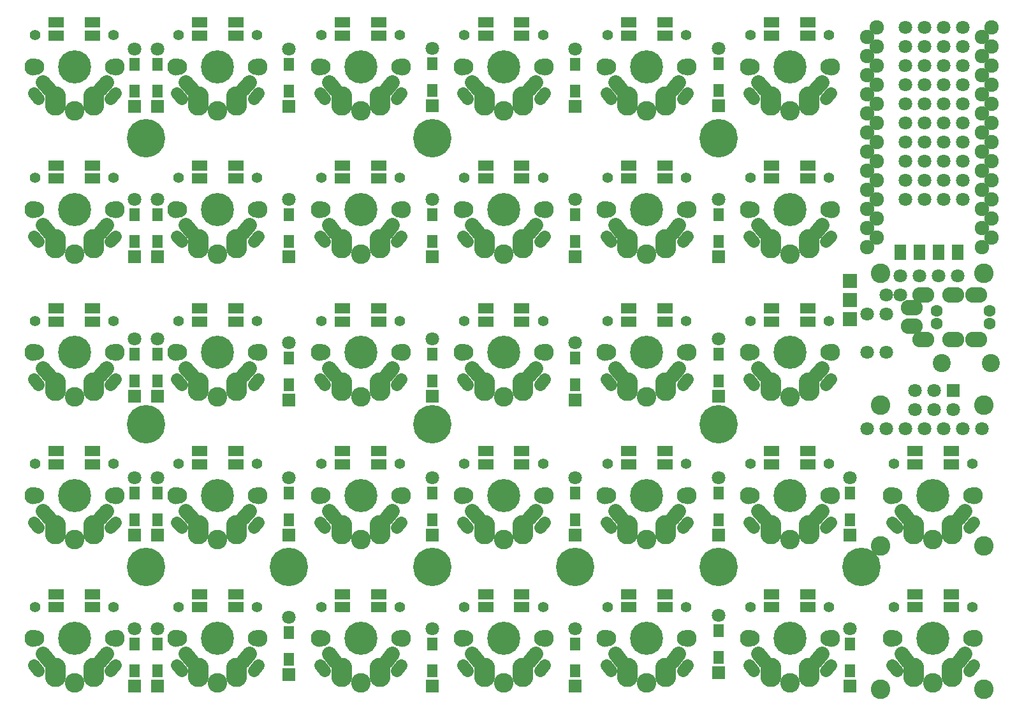
<source format=gbr>
G04 #@! TF.FileFunction,Soldermask,Bot*
%FSLAX46Y46*%
G04 Gerber Fmt 4.6, Leading zero omitted, Abs format (unit mm)*
G04 Created by KiCad (PCBNEW 4.0.1-stable) date 2018/01/08 13:19:11*
%MOMM*%
G01*
G04 APERTURE LIST*
%ADD10C,0.100000*%
%ADD11C,5.100400*%
%ADD12R,1.797000X1.797000*%
%ADD13C,1.797000*%
%ADD14R,2.000000X1.400000*%
%ADD15C,2.600000*%
%ADD16C,1.924000*%
%ADD17R,1.543000X1.035000*%
%ADD18R,1.350000X1.700000*%
%ADD19C,2.400000*%
%ADD20C,1.600000*%
%ADD21O,2.900000X2.100000*%
%ADD22R,1.924000X1.924000*%
%ADD23C,1.650000*%
%ADD24C,4.400000*%
%ADD25C,2.300000*%
%ADD26C,2.800000*%
%ADD27C,1.950000*%
%ADD28C,2.100000*%
%ADD29C,1.400000*%
G04 APERTURE END LIST*
D10*
D11*
X139500000Y-100500000D03*
X139500000Y-62500000D03*
X158500000Y-119500000D03*
X120500000Y-119500000D03*
D12*
X208650000Y-96070000D03*
D13*
X208650000Y-98610000D03*
X206110000Y-96070000D03*
X206110000Y-98610000D03*
X203570000Y-96070000D03*
X203570000Y-98610000D03*
D11*
X139500000Y-119500000D03*
X196500000Y-119500000D03*
D14*
X113400000Y-48875000D03*
X113400000Y-47125000D03*
X108600000Y-47125000D03*
X108600000Y-48875000D03*
X94400000Y-48875000D03*
X94400000Y-47125000D03*
X89600000Y-47125000D03*
X89600000Y-48875000D03*
D15*
X199000000Y-98000000D03*
X212750000Y-98000000D03*
D11*
X177500000Y-119500000D03*
X177500000Y-100500000D03*
X177500000Y-62500000D03*
D16*
X213730000Y-47810000D03*
X213730000Y-50350000D03*
X213730000Y-52890000D03*
X213730000Y-55430000D03*
X213730000Y-57970000D03*
X213730000Y-60510000D03*
X213730000Y-63050000D03*
X213730000Y-65590000D03*
X213730000Y-68130000D03*
X213730000Y-70670000D03*
X213730000Y-73210000D03*
X213730000Y-75750000D03*
X198490000Y-75750000D03*
X198490000Y-73210000D03*
X198490000Y-70670000D03*
X198490000Y-68130000D03*
X198490000Y-65590000D03*
X198490000Y-63050000D03*
X198490000Y-60510000D03*
X198490000Y-57970000D03*
X198490000Y-55430000D03*
X198490000Y-52890000D03*
X198490000Y-50350000D03*
X198490000Y-47810000D03*
D13*
X199760000Y-85910000D03*
X199760000Y-90990000D03*
X197220000Y-85910000D03*
X197220000Y-90990000D03*
D15*
X199000000Y-135750000D03*
X212750000Y-135750000D03*
D13*
X197220000Y-101150000D03*
X199760000Y-101150000D03*
X212460000Y-101150000D03*
X209920000Y-101150000D03*
X207380000Y-101150000D03*
X204840000Y-101150000D03*
X202300000Y-101150000D03*
D15*
X199000000Y-116750000D03*
X212750000Y-116750000D03*
X199000000Y-80500000D03*
D13*
X209285000Y-80830000D03*
X206745000Y-80830000D03*
X204205000Y-80830000D03*
X201665000Y-80830000D03*
D11*
X101500000Y-100500000D03*
X101500000Y-119500000D03*
D13*
X209920000Y-70670000D03*
X207380000Y-70670000D03*
X204840000Y-70670000D03*
X202300000Y-70670000D03*
X202300000Y-68130000D03*
X204840000Y-68130000D03*
X207380000Y-68130000D03*
X209920000Y-68130000D03*
X209920000Y-65590000D03*
X207380000Y-65590000D03*
X204840000Y-65590000D03*
X202300000Y-65590000D03*
X202300000Y-63050000D03*
X204840000Y-63050000D03*
X207380000Y-63050000D03*
X209920000Y-63050000D03*
X209920000Y-60510000D03*
X207380000Y-60510000D03*
X204840000Y-60510000D03*
X202300000Y-60510000D03*
X202300000Y-57970000D03*
X204840000Y-57970000D03*
X207380000Y-57970000D03*
X209920000Y-57970000D03*
X209920000Y-55430000D03*
X207380000Y-55430000D03*
X204840000Y-55430000D03*
X202300000Y-55430000D03*
X202300000Y-52890000D03*
X204840000Y-52890000D03*
X207380000Y-52890000D03*
X209920000Y-52890000D03*
X209920000Y-50350000D03*
X207380000Y-50350000D03*
X204840000Y-50350000D03*
X202300000Y-50350000D03*
X202300000Y-47810000D03*
X204840000Y-47810000D03*
X207380000Y-47810000D03*
X209920000Y-47810000D03*
D17*
X209285000Y-77154620D03*
X209285000Y-78155380D03*
X206745000Y-77154620D03*
X206745000Y-78155380D03*
X204205000Y-77154620D03*
X204205000Y-78155380D03*
X201665000Y-77154620D03*
X201665000Y-78155380D03*
D13*
X199760000Y-83370000D03*
X201665000Y-83370000D03*
D11*
X101500000Y-62500000D03*
D18*
X100000000Y-52725000D03*
X100000000Y-56275000D03*
D12*
X100000000Y-58310000D03*
D13*
X100000000Y-50690000D03*
D18*
X103000000Y-52725000D03*
X103000000Y-56275000D03*
D12*
X103000000Y-58310000D03*
D13*
X103000000Y-50690000D03*
D18*
X120500000Y-52725000D03*
X120500000Y-56275000D03*
D12*
X120500000Y-58310000D03*
D13*
X120500000Y-50690000D03*
D18*
X139500000Y-52625000D03*
X139500000Y-56175000D03*
D12*
X139500000Y-58210000D03*
D13*
X139500000Y-50590000D03*
D18*
X158500000Y-52725000D03*
X158500000Y-56275000D03*
D12*
X158500000Y-58310000D03*
D13*
X158500000Y-50690000D03*
D18*
X177500000Y-52625000D03*
X177500000Y-56175000D03*
D12*
X177500000Y-58210000D03*
D13*
X177500000Y-50590000D03*
D18*
X100000000Y-72725000D03*
X100000000Y-76275000D03*
D12*
X100000000Y-78310000D03*
D13*
X100000000Y-70690000D03*
D18*
X103000000Y-72725000D03*
X103000000Y-76275000D03*
D12*
X103000000Y-78310000D03*
D13*
X103000000Y-70690000D03*
D18*
X120500000Y-72725000D03*
X120500000Y-76275000D03*
D12*
X120500000Y-78310000D03*
D13*
X120500000Y-70690000D03*
D18*
X139500000Y-72725000D03*
X139500000Y-76275000D03*
D12*
X139500000Y-78310000D03*
D13*
X139500000Y-70690000D03*
D18*
X158500000Y-72725000D03*
X158500000Y-76275000D03*
D12*
X158500000Y-78310000D03*
D13*
X158500000Y-70690000D03*
D18*
X177500000Y-72725000D03*
X177500000Y-76275000D03*
D12*
X177500000Y-78310000D03*
D13*
X177500000Y-70690000D03*
D18*
X100000000Y-91225000D03*
X100000000Y-94775000D03*
D12*
X100000000Y-96810000D03*
D13*
X100000000Y-89190000D03*
D18*
X103000000Y-91225000D03*
X103000000Y-94775000D03*
D12*
X103000000Y-96810000D03*
D13*
X103000000Y-89190000D03*
D18*
X120500000Y-91725000D03*
X120500000Y-95275000D03*
D12*
X120500000Y-97310000D03*
D13*
X120500000Y-89690000D03*
D18*
X139500000Y-91225000D03*
X139500000Y-94775000D03*
D12*
X139500000Y-96810000D03*
D13*
X139500000Y-89190000D03*
D18*
X158500000Y-91725000D03*
X158500000Y-95275000D03*
D12*
X158500000Y-97310000D03*
D13*
X158500000Y-89690000D03*
D18*
X177500000Y-91225000D03*
X177500000Y-94775000D03*
D12*
X177500000Y-96810000D03*
D13*
X177500000Y-89190000D03*
D18*
X100000000Y-109725000D03*
X100000000Y-113275000D03*
D12*
X100000000Y-115310000D03*
D13*
X100000000Y-107690000D03*
D18*
X103000000Y-109725000D03*
X103000000Y-113275000D03*
D12*
X103000000Y-115310000D03*
D13*
X103000000Y-107690000D03*
D18*
X120500000Y-109725000D03*
X120500000Y-113275000D03*
D12*
X120500000Y-115310000D03*
D13*
X120500000Y-107690000D03*
D18*
X139500000Y-109725000D03*
X139500000Y-113275000D03*
D12*
X139500000Y-115310000D03*
D13*
X139500000Y-107690000D03*
D18*
X158500000Y-109725000D03*
X158500000Y-113275000D03*
D12*
X158500000Y-115310000D03*
D13*
X158500000Y-107690000D03*
D18*
X177500000Y-109725000D03*
X177500000Y-113275000D03*
D12*
X177500000Y-115310000D03*
D13*
X177500000Y-107690000D03*
D18*
X195000000Y-109725000D03*
X195000000Y-113275000D03*
D12*
X195000000Y-115310000D03*
D13*
X195000000Y-107690000D03*
D18*
X100000000Y-129725000D03*
X100000000Y-133275000D03*
D12*
X100000000Y-135310000D03*
D13*
X100000000Y-127690000D03*
D18*
X103000000Y-129725000D03*
X103000000Y-133275000D03*
D12*
X103000000Y-135310000D03*
D13*
X103000000Y-127690000D03*
D18*
X120500000Y-128225000D03*
X120500000Y-131775000D03*
D12*
X120500000Y-133810000D03*
D13*
X120500000Y-126190000D03*
D18*
X139500000Y-129725000D03*
X139500000Y-133275000D03*
D12*
X139500000Y-135310000D03*
D13*
X139500000Y-127690000D03*
D18*
X158500000Y-129725000D03*
X158500000Y-133275000D03*
D12*
X158500000Y-135310000D03*
D13*
X158500000Y-127690000D03*
D18*
X177500000Y-128000000D03*
X177500000Y-131550000D03*
D12*
X177500000Y-133585000D03*
D13*
X177500000Y-125965000D03*
D18*
X195000000Y-129725000D03*
X195000000Y-133275000D03*
D12*
X195000000Y-135310000D03*
D13*
X195000000Y-127690000D03*
D16*
X197220000Y-49080000D03*
X197220000Y-51620000D03*
X197220000Y-54160000D03*
X197220000Y-56700000D03*
X197220000Y-59240000D03*
X197220000Y-61780000D03*
X197220000Y-64320000D03*
X197220000Y-66860000D03*
X197220000Y-69400000D03*
X197220000Y-71940000D03*
X197220000Y-74480000D03*
X197220000Y-77020000D03*
X212460000Y-77020000D03*
X212460000Y-74480000D03*
X212460000Y-71940000D03*
X212460000Y-69400000D03*
X212460000Y-66860000D03*
X212460000Y-64320000D03*
X212460000Y-61780000D03*
X212460000Y-59240000D03*
X212460000Y-56700000D03*
X212460000Y-54160000D03*
X212460000Y-51620000D03*
X212460000Y-49080000D03*
D15*
X212750000Y-80500000D03*
D19*
X207150000Y-92400000D03*
X213650000Y-92400000D03*
D20*
X206500000Y-85430000D03*
X213500000Y-85430000D03*
D21*
X204700000Y-83330000D03*
X203200000Y-87530000D03*
X211700000Y-83330000D03*
X208700000Y-83330000D03*
D20*
X213500000Y-87180000D03*
X206500000Y-87180000D03*
D21*
X211700000Y-89280000D03*
X208700000Y-89280000D03*
X204700000Y-89280000D03*
X203200000Y-85080000D03*
D14*
X132400000Y-48875000D03*
X132400000Y-47125000D03*
X127600000Y-47125000D03*
X127600000Y-48875000D03*
X151400000Y-48875000D03*
X151400000Y-47125000D03*
X146600000Y-47125000D03*
X146600000Y-48875000D03*
X170400000Y-48875000D03*
X170400000Y-47125000D03*
X165600000Y-47125000D03*
X165600000Y-48875000D03*
X89600000Y-66125000D03*
X89600000Y-67875000D03*
X94400000Y-67875000D03*
X94400000Y-66125000D03*
X108600000Y-66125000D03*
X108600000Y-67875000D03*
X113400000Y-67875000D03*
X113400000Y-66125000D03*
X127600000Y-66125000D03*
X127600000Y-67875000D03*
X132400000Y-67875000D03*
X132400000Y-66125000D03*
X146600000Y-66125000D03*
X146600000Y-67875000D03*
X151400000Y-67875000D03*
X151400000Y-66125000D03*
X165600000Y-66125000D03*
X165600000Y-67875000D03*
X170400000Y-67875000D03*
X170400000Y-66125000D03*
X184600000Y-66125000D03*
X184600000Y-67875000D03*
X189400000Y-67875000D03*
X189400000Y-66125000D03*
X94400000Y-86875000D03*
X94400000Y-85125000D03*
X89600000Y-85125000D03*
X89600000Y-86875000D03*
X113400000Y-86875000D03*
X113400000Y-85125000D03*
X108600000Y-85125000D03*
X108600000Y-86875000D03*
X132400000Y-86875000D03*
X132400000Y-85125000D03*
X127600000Y-85125000D03*
X127600000Y-86875000D03*
X151400000Y-86875000D03*
X151400000Y-85125000D03*
X146600000Y-85125000D03*
X146600000Y-86875000D03*
X170400000Y-86875000D03*
X170400000Y-85125000D03*
X165600000Y-85125000D03*
X165600000Y-86875000D03*
X189400000Y-86875000D03*
X189400000Y-85125000D03*
X184600000Y-85125000D03*
X184600000Y-86875000D03*
X89600000Y-104125000D03*
X89600000Y-105875000D03*
X94400000Y-105875000D03*
X94400000Y-104125000D03*
X108600000Y-104125000D03*
X108600000Y-105875000D03*
X113400000Y-105875000D03*
X113400000Y-104125000D03*
X127600000Y-104125000D03*
X127600000Y-105875000D03*
X132400000Y-105875000D03*
X132400000Y-104125000D03*
X146600000Y-104125000D03*
X146600000Y-105875000D03*
X151400000Y-105875000D03*
X151400000Y-104125000D03*
X165600000Y-104125000D03*
X165600000Y-105875000D03*
X170400000Y-105875000D03*
X170400000Y-104125000D03*
X184600000Y-104125000D03*
X184600000Y-105875000D03*
X189400000Y-105875000D03*
X189400000Y-104125000D03*
X203600000Y-104125000D03*
X203600000Y-105875000D03*
X208400000Y-105875000D03*
X208400000Y-104125000D03*
X94400000Y-124875000D03*
X94400000Y-123125000D03*
X89600000Y-123125000D03*
X89600000Y-124875000D03*
X113400000Y-124875000D03*
X113400000Y-123125000D03*
X108600000Y-123125000D03*
X108600000Y-124875000D03*
X132400000Y-124875000D03*
X132400000Y-123125000D03*
X127600000Y-123125000D03*
X127600000Y-124875000D03*
X151400000Y-124875000D03*
X151400000Y-123125000D03*
X146600000Y-123125000D03*
X146600000Y-124875000D03*
X170400000Y-124875000D03*
X170400000Y-123125000D03*
X165600000Y-123125000D03*
X165600000Y-124875000D03*
X189400000Y-124875000D03*
X189400000Y-123125000D03*
X184600000Y-123125000D03*
X184600000Y-124875000D03*
X208400000Y-124875000D03*
X208400000Y-123125000D03*
X203600000Y-123125000D03*
X203600000Y-124875000D03*
X189400000Y-48875000D03*
X189400000Y-47125000D03*
X184600000Y-47125000D03*
X184600000Y-48875000D03*
D22*
X195000000Y-86580000D03*
X195000000Y-84040000D03*
X195000000Y-81500000D03*
D23*
X125205324Y-76263871D02*
X124594676Y-75536129D01*
D24*
X130000000Y-72000000D03*
D25*
X135500000Y-72000000D03*
X124500000Y-72000000D03*
D23*
X135405324Y-75536129D02*
X134794676Y-76263871D01*
D15*
X130000000Y-77900000D03*
D26*
X127460000Y-77080000D03*
D27*
X134211742Y-74061222D02*
X133408258Y-75018778D01*
D26*
X132540000Y-77080000D03*
D27*
X126591742Y-75018778D02*
X125788258Y-74061222D01*
D26*
X127460000Y-76500000D03*
X127460000Y-76000000D03*
X132540000Y-76000000D03*
X132540000Y-76500000D03*
D28*
X124920000Y-72000000D03*
X135080000Y-72000000D03*
D29*
X124780000Y-67800000D03*
X135220000Y-67800000D03*
D23*
X144205324Y-57263871D02*
X143594676Y-56536129D01*
D24*
X149000000Y-53000000D03*
D25*
X154500000Y-53000000D03*
X143500000Y-53000000D03*
D23*
X154405324Y-56536129D02*
X153794676Y-57263871D01*
D15*
X149000000Y-58900000D03*
D26*
X146460000Y-58080000D03*
D27*
X153211742Y-55061222D02*
X152408258Y-56018778D01*
D26*
X151540000Y-58080000D03*
D27*
X145591742Y-56018778D02*
X144788258Y-55061222D01*
D26*
X146460000Y-57500000D03*
X146460000Y-57000000D03*
X151540000Y-57000000D03*
X151540000Y-57500000D03*
D28*
X143920000Y-53000000D03*
X154080000Y-53000000D03*
D29*
X143780000Y-48800000D03*
X154220000Y-48800000D03*
D23*
X87205324Y-57263871D02*
X86594676Y-56536129D01*
D24*
X92000000Y-53000000D03*
D25*
X97500000Y-53000000D03*
X86500000Y-53000000D03*
D23*
X97405324Y-56536129D02*
X96794676Y-57263871D01*
D15*
X92000000Y-58900000D03*
D26*
X89460000Y-58080000D03*
D27*
X96211742Y-55061222D02*
X95408258Y-56018778D01*
D26*
X94540000Y-58080000D03*
D27*
X88591742Y-56018778D02*
X87788258Y-55061222D01*
D26*
X89460000Y-57500000D03*
X89460000Y-57000000D03*
X94540000Y-57000000D03*
X94540000Y-57500000D03*
D28*
X86920000Y-53000000D03*
X97080000Y-53000000D03*
D29*
X86780000Y-48800000D03*
X97220000Y-48800000D03*
D23*
X201205324Y-133263871D02*
X200594676Y-132536129D01*
D24*
X206000000Y-129000000D03*
D25*
X211500000Y-129000000D03*
X200500000Y-129000000D03*
D23*
X211405324Y-132536129D02*
X210794676Y-133263871D01*
D15*
X206000000Y-134900000D03*
D26*
X203460000Y-134080000D03*
D27*
X210211742Y-131061222D02*
X209408258Y-132018778D01*
D26*
X208540000Y-134080000D03*
D27*
X202591742Y-132018778D02*
X201788258Y-131061222D01*
D26*
X203460000Y-133500000D03*
X203460000Y-133000000D03*
X208540000Y-133000000D03*
X208540000Y-133500000D03*
D28*
X200920000Y-129000000D03*
X211080000Y-129000000D03*
D29*
X200780000Y-124800000D03*
X211220000Y-124800000D03*
D23*
X182205324Y-133263871D02*
X181594676Y-132536129D01*
D24*
X187000000Y-129000000D03*
D25*
X192500000Y-129000000D03*
X181500000Y-129000000D03*
D23*
X192405324Y-132536129D02*
X191794676Y-133263871D01*
D15*
X187000000Y-134900000D03*
D26*
X184460000Y-134080000D03*
D27*
X191211742Y-131061222D02*
X190408258Y-132018778D01*
D26*
X189540000Y-134080000D03*
D27*
X183591742Y-132018778D02*
X182788258Y-131061222D01*
D26*
X184460000Y-133500000D03*
X184460000Y-133000000D03*
X189540000Y-133000000D03*
X189540000Y-133500000D03*
D28*
X181920000Y-129000000D03*
X192080000Y-129000000D03*
D29*
X181780000Y-124800000D03*
X192220000Y-124800000D03*
D23*
X163205324Y-133263871D02*
X162594676Y-132536129D01*
D24*
X168000000Y-129000000D03*
D25*
X173500000Y-129000000D03*
X162500000Y-129000000D03*
D23*
X173405324Y-132536129D02*
X172794676Y-133263871D01*
D15*
X168000000Y-134900000D03*
D26*
X165460000Y-134080000D03*
D27*
X172211742Y-131061222D02*
X171408258Y-132018778D01*
D26*
X170540000Y-134080000D03*
D27*
X164591742Y-132018778D02*
X163788258Y-131061222D01*
D26*
X165460000Y-133500000D03*
X165460000Y-133000000D03*
X170540000Y-133000000D03*
X170540000Y-133500000D03*
D28*
X162920000Y-129000000D03*
X173080000Y-129000000D03*
D29*
X162780000Y-124800000D03*
X173220000Y-124800000D03*
D23*
X144205324Y-133263871D02*
X143594676Y-132536129D01*
D24*
X149000000Y-129000000D03*
D25*
X154500000Y-129000000D03*
X143500000Y-129000000D03*
D23*
X154405324Y-132536129D02*
X153794676Y-133263871D01*
D15*
X149000000Y-134900000D03*
D26*
X146460000Y-134080000D03*
D27*
X153211742Y-131061222D02*
X152408258Y-132018778D01*
D26*
X151540000Y-134080000D03*
D27*
X145591742Y-132018778D02*
X144788258Y-131061222D01*
D26*
X146460000Y-133500000D03*
X146460000Y-133000000D03*
X151540000Y-133000000D03*
X151540000Y-133500000D03*
D28*
X143920000Y-129000000D03*
X154080000Y-129000000D03*
D29*
X143780000Y-124800000D03*
X154220000Y-124800000D03*
D23*
X125205324Y-133263871D02*
X124594676Y-132536129D01*
D24*
X130000000Y-129000000D03*
D25*
X135500000Y-129000000D03*
X124500000Y-129000000D03*
D23*
X135405324Y-132536129D02*
X134794676Y-133263871D01*
D15*
X130000000Y-134900000D03*
D26*
X127460000Y-134080000D03*
D27*
X134211742Y-131061222D02*
X133408258Y-132018778D01*
D26*
X132540000Y-134080000D03*
D27*
X126591742Y-132018778D02*
X125788258Y-131061222D01*
D26*
X127460000Y-133500000D03*
X127460000Y-133000000D03*
X132540000Y-133000000D03*
X132540000Y-133500000D03*
D28*
X124920000Y-129000000D03*
X135080000Y-129000000D03*
D29*
X124780000Y-124800000D03*
X135220000Y-124800000D03*
D23*
X106205324Y-133263871D02*
X105594676Y-132536129D01*
D24*
X111000000Y-129000000D03*
D25*
X116500000Y-129000000D03*
X105500000Y-129000000D03*
D23*
X116405324Y-132536129D02*
X115794676Y-133263871D01*
D15*
X111000000Y-134900000D03*
D26*
X108460000Y-134080000D03*
D27*
X115211742Y-131061222D02*
X114408258Y-132018778D01*
D26*
X113540000Y-134080000D03*
D27*
X107591742Y-132018778D02*
X106788258Y-131061222D01*
D26*
X108460000Y-133500000D03*
X108460000Y-133000000D03*
X113540000Y-133000000D03*
X113540000Y-133500000D03*
D28*
X105920000Y-129000000D03*
X116080000Y-129000000D03*
D29*
X105780000Y-124800000D03*
X116220000Y-124800000D03*
D23*
X87205324Y-133263871D02*
X86594676Y-132536129D01*
D24*
X92000000Y-129000000D03*
D25*
X97500000Y-129000000D03*
X86500000Y-129000000D03*
D23*
X97405324Y-132536129D02*
X96794676Y-133263871D01*
D15*
X92000000Y-134900000D03*
D26*
X89460000Y-134080000D03*
D27*
X96211742Y-131061222D02*
X95408258Y-132018778D01*
D26*
X94540000Y-134080000D03*
D27*
X88591742Y-132018778D02*
X87788258Y-131061222D01*
D26*
X89460000Y-133500000D03*
X89460000Y-133000000D03*
X94540000Y-133000000D03*
X94540000Y-133500000D03*
D28*
X86920000Y-129000000D03*
X97080000Y-129000000D03*
D29*
X86780000Y-124800000D03*
X97220000Y-124800000D03*
D23*
X201205324Y-114263871D02*
X200594676Y-113536129D01*
D24*
X206000000Y-110000000D03*
D25*
X211500000Y-110000000D03*
X200500000Y-110000000D03*
D23*
X211405324Y-113536129D02*
X210794676Y-114263871D01*
D15*
X206000000Y-115900000D03*
D26*
X203460000Y-115080000D03*
D27*
X210211742Y-112061222D02*
X209408258Y-113018778D01*
D26*
X208540000Y-115080000D03*
D27*
X202591742Y-113018778D02*
X201788258Y-112061222D01*
D26*
X203460000Y-114500000D03*
X203460000Y-114000000D03*
X208540000Y-114000000D03*
X208540000Y-114500000D03*
D28*
X200920000Y-110000000D03*
X211080000Y-110000000D03*
D29*
X200780000Y-105800000D03*
X211220000Y-105800000D03*
D23*
X182205324Y-114263871D02*
X181594676Y-113536129D01*
D24*
X187000000Y-110000000D03*
D25*
X192500000Y-110000000D03*
X181500000Y-110000000D03*
D23*
X192405324Y-113536129D02*
X191794676Y-114263871D01*
D15*
X187000000Y-115900000D03*
D26*
X184460000Y-115080000D03*
D27*
X191211742Y-112061222D02*
X190408258Y-113018778D01*
D26*
X189540000Y-115080000D03*
D27*
X183591742Y-113018778D02*
X182788258Y-112061222D01*
D26*
X184460000Y-114500000D03*
X184460000Y-114000000D03*
X189540000Y-114000000D03*
X189540000Y-114500000D03*
D28*
X181920000Y-110000000D03*
X192080000Y-110000000D03*
D29*
X181780000Y-105800000D03*
X192220000Y-105800000D03*
D23*
X163205324Y-114263871D02*
X162594676Y-113536129D01*
D24*
X168000000Y-110000000D03*
D25*
X173500000Y-110000000D03*
X162500000Y-110000000D03*
D23*
X173405324Y-113536129D02*
X172794676Y-114263871D01*
D15*
X168000000Y-115900000D03*
D26*
X165460000Y-115080000D03*
D27*
X172211742Y-112061222D02*
X171408258Y-113018778D01*
D26*
X170540000Y-115080000D03*
D27*
X164591742Y-113018778D02*
X163788258Y-112061222D01*
D26*
X165460000Y-114500000D03*
X165460000Y-114000000D03*
X170540000Y-114000000D03*
X170540000Y-114500000D03*
D28*
X162920000Y-110000000D03*
X173080000Y-110000000D03*
D29*
X162780000Y-105800000D03*
X173220000Y-105800000D03*
D23*
X144205324Y-114263871D02*
X143594676Y-113536129D01*
D24*
X149000000Y-110000000D03*
D25*
X154500000Y-110000000D03*
X143500000Y-110000000D03*
D23*
X154405324Y-113536129D02*
X153794676Y-114263871D01*
D15*
X149000000Y-115900000D03*
D26*
X146460000Y-115080000D03*
D27*
X153211742Y-112061222D02*
X152408258Y-113018778D01*
D26*
X151540000Y-115080000D03*
D27*
X145591742Y-113018778D02*
X144788258Y-112061222D01*
D26*
X146460000Y-114500000D03*
X146460000Y-114000000D03*
X151540000Y-114000000D03*
X151540000Y-114500000D03*
D28*
X143920000Y-110000000D03*
X154080000Y-110000000D03*
D29*
X143780000Y-105800000D03*
X154220000Y-105800000D03*
D23*
X125205324Y-114263871D02*
X124594676Y-113536129D01*
D24*
X130000000Y-110000000D03*
D25*
X135500000Y-110000000D03*
X124500000Y-110000000D03*
D23*
X135405324Y-113536129D02*
X134794676Y-114263871D01*
D15*
X130000000Y-115900000D03*
D26*
X127460000Y-115080000D03*
D27*
X134211742Y-112061222D02*
X133408258Y-113018778D01*
D26*
X132540000Y-115080000D03*
D27*
X126591742Y-113018778D02*
X125788258Y-112061222D01*
D26*
X127460000Y-114500000D03*
X127460000Y-114000000D03*
X132540000Y-114000000D03*
X132540000Y-114500000D03*
D28*
X124920000Y-110000000D03*
X135080000Y-110000000D03*
D29*
X124780000Y-105800000D03*
X135220000Y-105800000D03*
D23*
X106205324Y-114263871D02*
X105594676Y-113536129D01*
D24*
X111000000Y-110000000D03*
D25*
X116500000Y-110000000D03*
X105500000Y-110000000D03*
D23*
X116405324Y-113536129D02*
X115794676Y-114263871D01*
D15*
X111000000Y-115900000D03*
D26*
X108460000Y-115080000D03*
D27*
X115211742Y-112061222D02*
X114408258Y-113018778D01*
D26*
X113540000Y-115080000D03*
D27*
X107591742Y-113018778D02*
X106788258Y-112061222D01*
D26*
X108460000Y-114500000D03*
X108460000Y-114000000D03*
X113540000Y-114000000D03*
X113540000Y-114500000D03*
D28*
X105920000Y-110000000D03*
X116080000Y-110000000D03*
D29*
X105780000Y-105800000D03*
X116220000Y-105800000D03*
D23*
X87205324Y-114263871D02*
X86594676Y-113536129D01*
D24*
X92000000Y-110000000D03*
D25*
X97500000Y-110000000D03*
X86500000Y-110000000D03*
D23*
X97405324Y-113536129D02*
X96794676Y-114263871D01*
D15*
X92000000Y-115900000D03*
D26*
X89460000Y-115080000D03*
D27*
X96211742Y-112061222D02*
X95408258Y-113018778D01*
D26*
X94540000Y-115080000D03*
D27*
X88591742Y-113018778D02*
X87788258Y-112061222D01*
D26*
X89460000Y-114500000D03*
X89460000Y-114000000D03*
X94540000Y-114000000D03*
X94540000Y-114500000D03*
D28*
X86920000Y-110000000D03*
X97080000Y-110000000D03*
D29*
X86780000Y-105800000D03*
X97220000Y-105800000D03*
D23*
X182205324Y-95263871D02*
X181594676Y-94536129D01*
D24*
X187000000Y-91000000D03*
D25*
X192500000Y-91000000D03*
X181500000Y-91000000D03*
D23*
X192405324Y-94536129D02*
X191794676Y-95263871D01*
D15*
X187000000Y-96900000D03*
D26*
X184460000Y-96080000D03*
D27*
X191211742Y-93061222D02*
X190408258Y-94018778D01*
D26*
X189540000Y-96080000D03*
D27*
X183591742Y-94018778D02*
X182788258Y-93061222D01*
D26*
X184460000Y-95500000D03*
X184460000Y-95000000D03*
X189540000Y-95000000D03*
X189540000Y-95500000D03*
D28*
X181920000Y-91000000D03*
X192080000Y-91000000D03*
D29*
X181780000Y-86800000D03*
X192220000Y-86800000D03*
D23*
X163205324Y-95263871D02*
X162594676Y-94536129D01*
D24*
X168000000Y-91000000D03*
D25*
X173500000Y-91000000D03*
X162500000Y-91000000D03*
D23*
X173405324Y-94536129D02*
X172794676Y-95263871D01*
D15*
X168000000Y-96900000D03*
D26*
X165460000Y-96080000D03*
D27*
X172211742Y-93061222D02*
X171408258Y-94018778D01*
D26*
X170540000Y-96080000D03*
D27*
X164591742Y-94018778D02*
X163788258Y-93061222D01*
D26*
X165460000Y-95500000D03*
X165460000Y-95000000D03*
X170540000Y-95000000D03*
X170540000Y-95500000D03*
D28*
X162920000Y-91000000D03*
X173080000Y-91000000D03*
D29*
X162780000Y-86800000D03*
X173220000Y-86800000D03*
D23*
X144205324Y-95263871D02*
X143594676Y-94536129D01*
D24*
X149000000Y-91000000D03*
D25*
X154500000Y-91000000D03*
X143500000Y-91000000D03*
D23*
X154405324Y-94536129D02*
X153794676Y-95263871D01*
D15*
X149000000Y-96900000D03*
D26*
X146460000Y-96080000D03*
D27*
X153211742Y-93061222D02*
X152408258Y-94018778D01*
D26*
X151540000Y-96080000D03*
D27*
X145591742Y-94018778D02*
X144788258Y-93061222D01*
D26*
X146460000Y-95500000D03*
X146460000Y-95000000D03*
X151540000Y-95000000D03*
X151540000Y-95500000D03*
D28*
X143920000Y-91000000D03*
X154080000Y-91000000D03*
D29*
X143780000Y-86800000D03*
X154220000Y-86800000D03*
D23*
X125205324Y-95263871D02*
X124594676Y-94536129D01*
D24*
X130000000Y-91000000D03*
D25*
X135500000Y-91000000D03*
X124500000Y-91000000D03*
D23*
X135405324Y-94536129D02*
X134794676Y-95263871D01*
D15*
X130000000Y-96900000D03*
D26*
X127460000Y-96080000D03*
D27*
X134211742Y-93061222D02*
X133408258Y-94018778D01*
D26*
X132540000Y-96080000D03*
D27*
X126591742Y-94018778D02*
X125788258Y-93061222D01*
D26*
X127460000Y-95500000D03*
X127460000Y-95000000D03*
X132540000Y-95000000D03*
X132540000Y-95500000D03*
D28*
X124920000Y-91000000D03*
X135080000Y-91000000D03*
D29*
X124780000Y-86800000D03*
X135220000Y-86800000D03*
D23*
X106205324Y-95263871D02*
X105594676Y-94536129D01*
D24*
X111000000Y-91000000D03*
D25*
X116500000Y-91000000D03*
X105500000Y-91000000D03*
D23*
X116405324Y-94536129D02*
X115794676Y-95263871D01*
D15*
X111000000Y-96900000D03*
D26*
X108460000Y-96080000D03*
D27*
X115211742Y-93061222D02*
X114408258Y-94018778D01*
D26*
X113540000Y-96080000D03*
D27*
X107591742Y-94018778D02*
X106788258Y-93061222D01*
D26*
X108460000Y-95500000D03*
X108460000Y-95000000D03*
X113540000Y-95000000D03*
X113540000Y-95500000D03*
D28*
X105920000Y-91000000D03*
X116080000Y-91000000D03*
D29*
X105780000Y-86800000D03*
X116220000Y-86800000D03*
D23*
X87205324Y-95263871D02*
X86594676Y-94536129D01*
D24*
X92000000Y-91000000D03*
D25*
X97500000Y-91000000D03*
X86500000Y-91000000D03*
D23*
X97405324Y-94536129D02*
X96794676Y-95263871D01*
D15*
X92000000Y-96900000D03*
D26*
X89460000Y-96080000D03*
D27*
X96211742Y-93061222D02*
X95408258Y-94018778D01*
D26*
X94540000Y-96080000D03*
D27*
X88591742Y-94018778D02*
X87788258Y-93061222D01*
D26*
X89460000Y-95500000D03*
X89460000Y-95000000D03*
X94540000Y-95000000D03*
X94540000Y-95500000D03*
D28*
X86920000Y-91000000D03*
X97080000Y-91000000D03*
D29*
X86780000Y-86800000D03*
X97220000Y-86800000D03*
D23*
X182205324Y-76263871D02*
X181594676Y-75536129D01*
D24*
X187000000Y-72000000D03*
D25*
X192500000Y-72000000D03*
X181500000Y-72000000D03*
D23*
X192405324Y-75536129D02*
X191794676Y-76263871D01*
D15*
X187000000Y-77900000D03*
D26*
X184460000Y-77080000D03*
D27*
X191211742Y-74061222D02*
X190408258Y-75018778D01*
D26*
X189540000Y-77080000D03*
D27*
X183591742Y-75018778D02*
X182788258Y-74061222D01*
D26*
X184460000Y-76500000D03*
X184460000Y-76000000D03*
X189540000Y-76000000D03*
X189540000Y-76500000D03*
D28*
X181920000Y-72000000D03*
X192080000Y-72000000D03*
D29*
X181780000Y-67800000D03*
X192220000Y-67800000D03*
D23*
X163205324Y-76263871D02*
X162594676Y-75536129D01*
D24*
X168000000Y-72000000D03*
D25*
X173500000Y-72000000D03*
X162500000Y-72000000D03*
D23*
X173405324Y-75536129D02*
X172794676Y-76263871D01*
D15*
X168000000Y-77900000D03*
D26*
X165460000Y-77080000D03*
D27*
X172211742Y-74061222D02*
X171408258Y-75018778D01*
D26*
X170540000Y-77080000D03*
D27*
X164591742Y-75018778D02*
X163788258Y-74061222D01*
D26*
X165460000Y-76500000D03*
X165460000Y-76000000D03*
X170540000Y-76000000D03*
X170540000Y-76500000D03*
D28*
X162920000Y-72000000D03*
X173080000Y-72000000D03*
D29*
X162780000Y-67800000D03*
X173220000Y-67800000D03*
D23*
X144205324Y-76263871D02*
X143594676Y-75536129D01*
D24*
X149000000Y-72000000D03*
D25*
X154500000Y-72000000D03*
X143500000Y-72000000D03*
D23*
X154405324Y-75536129D02*
X153794676Y-76263871D01*
D15*
X149000000Y-77900000D03*
D26*
X146460000Y-77080000D03*
D27*
X153211742Y-74061222D02*
X152408258Y-75018778D01*
D26*
X151540000Y-77080000D03*
D27*
X145591742Y-75018778D02*
X144788258Y-74061222D01*
D26*
X146460000Y-76500000D03*
X146460000Y-76000000D03*
X151540000Y-76000000D03*
X151540000Y-76500000D03*
D28*
X143920000Y-72000000D03*
X154080000Y-72000000D03*
D29*
X143780000Y-67800000D03*
X154220000Y-67800000D03*
D23*
X106205324Y-76263871D02*
X105594676Y-75536129D01*
D24*
X111000000Y-72000000D03*
D25*
X116500000Y-72000000D03*
X105500000Y-72000000D03*
D23*
X116405324Y-75536129D02*
X115794676Y-76263871D01*
D15*
X111000000Y-77900000D03*
D26*
X108460000Y-77080000D03*
D27*
X115211742Y-74061222D02*
X114408258Y-75018778D01*
D26*
X113540000Y-77080000D03*
D27*
X107591742Y-75018778D02*
X106788258Y-74061222D01*
D26*
X108460000Y-76500000D03*
X108460000Y-76000000D03*
X113540000Y-76000000D03*
X113540000Y-76500000D03*
D28*
X105920000Y-72000000D03*
X116080000Y-72000000D03*
D29*
X105780000Y-67800000D03*
X116220000Y-67800000D03*
D23*
X87205324Y-76263871D02*
X86594676Y-75536129D01*
D24*
X92000000Y-72000000D03*
D25*
X97500000Y-72000000D03*
X86500000Y-72000000D03*
D23*
X97405324Y-75536129D02*
X96794676Y-76263871D01*
D15*
X92000000Y-77900000D03*
D26*
X89460000Y-77080000D03*
D27*
X96211742Y-74061222D02*
X95408258Y-75018778D01*
D26*
X94540000Y-77080000D03*
D27*
X88591742Y-75018778D02*
X87788258Y-74061222D01*
D26*
X89460000Y-76500000D03*
X89460000Y-76000000D03*
X94540000Y-76000000D03*
X94540000Y-76500000D03*
D28*
X86920000Y-72000000D03*
X97080000Y-72000000D03*
D29*
X86780000Y-67800000D03*
X97220000Y-67800000D03*
D23*
X163205324Y-57263871D02*
X162594676Y-56536129D01*
D24*
X168000000Y-53000000D03*
D25*
X173500000Y-53000000D03*
X162500000Y-53000000D03*
D23*
X173405324Y-56536129D02*
X172794676Y-57263871D01*
D15*
X168000000Y-58900000D03*
D26*
X165460000Y-58080000D03*
D27*
X172211742Y-55061222D02*
X171408258Y-56018778D01*
D26*
X170540000Y-58080000D03*
D27*
X164591742Y-56018778D02*
X163788258Y-55061222D01*
D26*
X165460000Y-57500000D03*
X165460000Y-57000000D03*
X170540000Y-57000000D03*
X170540000Y-57500000D03*
D28*
X162920000Y-53000000D03*
X173080000Y-53000000D03*
D29*
X162780000Y-48800000D03*
X173220000Y-48800000D03*
D23*
X125205324Y-57263871D02*
X124594676Y-56536129D01*
D24*
X130000000Y-53000000D03*
D25*
X135500000Y-53000000D03*
X124500000Y-53000000D03*
D23*
X135405324Y-56536129D02*
X134794676Y-57263871D01*
D15*
X130000000Y-58900000D03*
D26*
X127460000Y-58080000D03*
D27*
X134211742Y-55061222D02*
X133408258Y-56018778D01*
D26*
X132540000Y-58080000D03*
D27*
X126591742Y-56018778D02*
X125788258Y-55061222D01*
D26*
X127460000Y-57500000D03*
X127460000Y-57000000D03*
X132540000Y-57000000D03*
X132540000Y-57500000D03*
D28*
X124920000Y-53000000D03*
X135080000Y-53000000D03*
D29*
X124780000Y-48800000D03*
X135220000Y-48800000D03*
D23*
X106205324Y-57263871D02*
X105594676Y-56536129D01*
D24*
X111000000Y-53000000D03*
D25*
X116500000Y-53000000D03*
X105500000Y-53000000D03*
D23*
X116405324Y-56536129D02*
X115794676Y-57263871D01*
D15*
X111000000Y-58900000D03*
D26*
X108460000Y-58080000D03*
D27*
X115211742Y-55061222D02*
X114408258Y-56018778D01*
D26*
X113540000Y-58080000D03*
D27*
X107591742Y-56018778D02*
X106788258Y-55061222D01*
D26*
X108460000Y-57500000D03*
X108460000Y-57000000D03*
X113540000Y-57000000D03*
X113540000Y-57500000D03*
D28*
X105920000Y-53000000D03*
X116080000Y-53000000D03*
D29*
X105780000Y-48800000D03*
X116220000Y-48800000D03*
D23*
X182205324Y-57263871D02*
X181594676Y-56536129D01*
D24*
X187000000Y-53000000D03*
D25*
X192500000Y-53000000D03*
X181500000Y-53000000D03*
D23*
X192405324Y-56536129D02*
X191794676Y-57263871D01*
D15*
X187000000Y-58900000D03*
D26*
X184460000Y-58080000D03*
D27*
X191211742Y-55061222D02*
X190408258Y-56018778D01*
D26*
X189540000Y-58080000D03*
D27*
X183591742Y-56018778D02*
X182788258Y-55061222D01*
D26*
X184460000Y-57500000D03*
X184460000Y-57000000D03*
X189540000Y-57000000D03*
X189540000Y-57500000D03*
D28*
X181920000Y-53000000D03*
X192080000Y-53000000D03*
D29*
X181780000Y-48800000D03*
X192220000Y-48800000D03*
M02*

</source>
